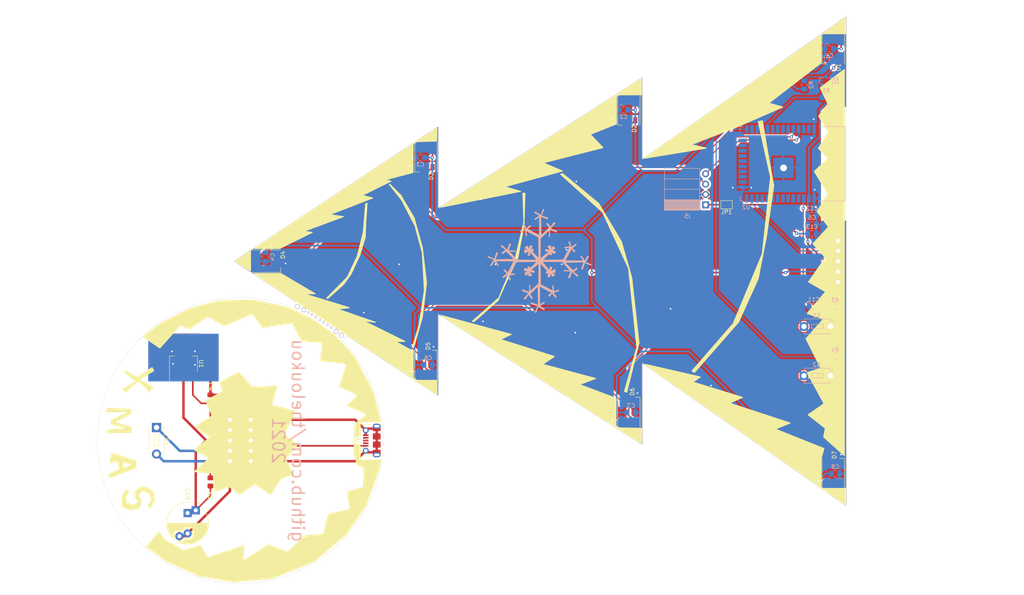
<source format=kicad_pcb>
(kicad_pcb (version 20240108) (generator "pcbnew") (generator_version "8.0")
  (title_block (title "xmasSmartTree") (date "2024-12-06") (rev "R2") (company "github.com/theloukou"))
  (layers (0 "F.Cu" signal) (31 "B.Cu" signal) (34 "B.Paste" user) (35 "F.Paste" user) (36 "B.SilkS" user "B.Silkscreen") (37 "F.SilkS" user "F.Silkscreen") (38 "B.Mask" user) (39 "F.Mask" user) (44 "Edge.Cuts" user))
  (net 0 "")
  (net 1 "+5V")
  (net 2 "+3.3V")
  (net 3 "GND")
  (net 4 "/LED_H")
  (net 5 "Net-(D1-DOUT)")
  (net 6 "Net-(D2-DOUT)")
  (net 7 "Net-(D3-DOUT)")
  (net 8 "/LED_L")
  (net 9 "Net-(D4-DOUT)")
  (net 10 "Net-(D5-DOUT)")
  (net 11 "/TX")
  (net 12 "/RX")
  (net 13 "Net-(D6-DOUT)")
  (net 39 "/EN")
  (net 40 "/00")
  (net 41 "/MODES")
  (net 42 "GND1")
  (net 43 "+5VA")
  (net 44 "+3.3VA")
  (net 45 "/MODES1")
  (net 53 "Net-(J5-Pin_1)")
  (footprint "LED_SMD:LED_WS2812B_PLCC4_5.0x5.0mm_P3.2mm" (layer "F.Cu") (at 220.472 27.248 -90)
    (property "Reference" "D1")
    (property "Value" "WS2812B")
  )
  (footprint "LED_SMD:LED_WS2812B_PLCC4_5.0x5.0mm_P3.2mm" (layer "F.Cu") (at 120.656 53.748 -90)
    (property "Reference" "D3")
    (property "Value" "WS2812B")
  )
  (footprint "LED_SMD:LED_WS2812B_PLCC4_5.0x5.0mm_P3.2mm" (layer "F.Cu") (at 81.356 79.248)
    (property "Reference" "D4")
    (property "Value" "WS2812B")
  )
  (footprint "LED_SMD:LED_WS2812B_PLCC4_5.0x5.0mm_P3.2mm" (layer "F.Cu") (at 120.656 104.748 90)
    (property "Reference" "D5")
    (property "Value" "WS2812B")
  )
  (footprint "LED_SMD:LED_WS2812B_PLCC4_5.0x5.0mm_P3.2mm" (layer "F.Cu") (at 170.356 116.248 90)
    (property "Reference" "D6")
    (property "Value" "WS2812B")
  )
  (footprint "LED_SMD:LED_WS2812B_PLCC4_5.0x5.0mm_P3.2mm" (layer "F.Cu") (at 220.472 131.248 90)
    (property "Reference" "D7")
    (property "Value" "WS2812B")
  )
  (footprint "LED_SMD:LED_WS2812B_PLCC4_5.0x5.0mm_P3.2mm" (layer "F.Cu") (at 170.356 42.248 -90)
    (property "Reference" "D2")
    (property "Value" "WS2812B")
  )
  (footprint "Connector_USB:USB_Micro-B_Molex-105017-0001" (layer "F.Cu") (at 107.348 123.19 90)
    (property "Reference" "J1")
    (property "Value" "USB_B_Micro")
  )
  (footprint "Capacitor_THT:CP_Radial_D10.0mm_P5.00mm_P7.50mm" (layer "F.Cu") (at 62.23 140.97 -90)
    (property "Reference" "C10")
    (property "Value" "10uF")
  )
  (footprint "Capacitor_SMD:C_0805_2012Metric_Pad1.18x1.45mm_HandSolder" (layer "F.Cu") (at 67.818 113.0515 90)
    (property "Reference" "C9")
    (property "Value" "100nF")
  )
  (footprint "Connector_PinHeader_2.54mm:PinHeader_1x05_P2.54mm_Vertical" (layer "F.Cu") (at 77.688 128.27 180)
    (property "Reference" "J4" (hide yes))
    (property "Value" "Conn_01x05")
  )
  (footprint "Connector_PinHeader_2.54mm:PinHeader_1x05_P2.54mm_Vertical" (layer "F.Cu") (at 72.608 128.27 180)
    (property "Reference" "J2" (hide yes))
    (property "Value" "Conn_01x05")
  )
  (footprint "Connector_PinHeader_2.54mm:PinHeader_1x05_P2.54mm_Vertical" (layer "F.Cu") (at 221.67 74.1895)
    (property "Reference" "J3" (hide yes))
    (property "Value" "Conn_01x05")
  )
  (footprint "Resistor_SMD:R_0805_2012Metric_Pad1.20x1.40mm_HandSolder" (layer "F.Cu") (at 67.818 133.35 90)
    (property "Reference" "R5")
    (property "Value" "10K")
  )
  (footprint "Package_TO_SOT_SMD:SOT-223-3_TabPin2" (layer "F.Cu") (at 61.214 104.394 90)
    (property "Reference" "U1")
    (property "Value" "LD1117S33TR_SOT223")
  )
  (footprint "Button_Switch_THT:SW_PUSH_1P1T_6x3.5mm_H4.3_APEM_MJTP1243" (layer "F.Cu") (at 54.61 120.015 -90)
    (property "Reference" "S3")
    (property "Value" "SW_Push")
  )
  (footprint "Jumper:SolderJumper-2_P1.3mm_Bridged_Pad1.0x1.5mm" (layer "F.Cu") (at 194.325 65.405 180)
    (property "Reference" "JP1")
    (property "Value" "SolderJumper_2_Bridged")
  )
  (footprint "RF_Module:ESP32-WROOM-32" (layer "B.Cu") (at 207.518 55.372 90)
    (property "Reference" "U2")
    (property "Value" "ESP32-WROOM-32")
  )
  (footprint "Resistor_SMD:R_0805_2012Metric_Pad1.20x1.40mm_HandSolder" (layer "B.Cu") (at 213.36 36.052 90)
    (property "Reference" "R2")
    (property "Value" "10K")
  )
  (footprint "Capacitor_SMD:C_0805_2012Metric_Pad1.18x1.45mm_HandSolder" (layer "B.Cu") (at 219.4853 27.178)
    (property "Reference" "C1")
    (property "Value" "100nF")
  )
  (footprint "Capacitor_SMD:C_0805_2012Metric_Pad1.18x1.45mm_HandSolder" (layer "B.Cu") (at 169.0663 42.164)
    (property "Reference" "C2")
    (property "Value" "100nF")
  )
  (footprint "Package_TO_SOT_SMD:SOT-23" (layer "B.Cu") (at 218.694 35.052 90)
    (property "Reference" "Q1")
    (property "Value" "BSS138")
  )
  (footprint "Capacitor_SMD:C_0805_2012Metric_Pad1.18x1.45mm_HandSolder" (layer "B.Cu") (at 121.1365 104.648 180)
    (property "Reference" "C6")
    (property "Value" "100nF")
  )
  (footprint "Capacitor_SMD:C_0805_2012Metric_Pad1.18x1.45mm_HandSolder" (layer "B.Cu") (at 170.9205 116.332 180)
    (property "Reference" "C7")
    (property "Value" "100nF")
  )
  (footprint "Capacitor_SMD:C_0805_2012Metric_Pad1.18x1.45mm_HandSolder" (layer "B.Cu") (at 220.9585 131.318 180)
    (property "Reference" "C8")
    (property "Value" "100nF")
  )
  (footprint "Resistor_SMD:R_0805_2012Metric_Pad1.20x1.40mm_HandSolder" (layer "B.Cu") (at 220.964 90.424 180)
    (property "Reference" "R3")
    (property "Value" "10K")
  )
  (footprint "Capacitor_SMD:C_0805_2012Metric_Pad1.18x1.45mm_HandSolder" (layer "B.Cu") (at 81.3308 78.2027 90)
    (property "Reference" "C4")
    (property "Value" "100nF")
  )
  (footprint "Capacitor_SMD:C_0805_2012Metric_Pad1.18x1.45mm_HandSolder" (layer "B.Cu") (at 215.25 70.25 180)
    (property "Reference" "C5")
    (property "Value" "100nF")
  )
  (footprint "Resistor_SMD:R_0805_2012Metric_Pad1.20x1.40mm_HandSolder" (layer "B.Cu") (at 218.71 39.116 180)
    (property "Reference" "R1")
    (property "Value" "10K")
  )
  (footprint "Capacitor_SMD:C_0805_2012Metric_Pad1.18x1.45mm_HandSolder" (layer "B.Cu") (at 119.2823 53.848)
    (property "Reference" "C3")
    (property "Value" "100nF")
  )
  (footprint "Resistor_SMD:R_0805_2012Metric_Pad1.20x1.40mm_HandSolder" (layer "B.Cu") (at 220.964 102.616 180)
    (property "Reference" "R4")
    (property "Value" "10K")
  )
  (footprint "Capacitor_SMD:C_0805_2012Metric_Pad1.18x1.45mm_HandSolder" (layer "B.Cu") (at 215.6245 90.424)
    (property "Reference" "C11")
    (property "Value" "100nF")
  )
  (footprint "Capacitor_SMD:C_0805_2012Metric_Pad1.18x1.45mm_HandSolder" (layer "B.Cu") (at 215.25 72.5 180)
    (property "Reference" "C13")
    (property "Value" "10uF")
  )
  (footprint "Connector_PinSocket_2.54mm:PinSocket_1x04_P2.54mm_Horizontal" (layer "B.Cu") (at 189.185 65.445)
    (property "Reference" "J5")
    (property "Value" "Conn_01x04")
  )
  (footprint "Button_Switch_THT:SW_PUSH_1P1T_6x3.5mm_H4.3_APEM_MJTP1243" (layer "B.Cu") (at 219.785 107.315 180)
    (property "Reference" "S2")
    (property "Value" "SW_Push")
  )
  (footprint "Button_Switch_THT:SW_PUSH_1P1T_6x3.5mm_H4.3_APEM_MJTP1243" (layer "B.Cu") (at 219.785 95.25 180)
    (property "Reference" "S1")
    (property "Value" "SW_Push")
  )
  (footprint "Capacitor_SMD:C_0805_2012Metric_Pad1.18x1.45mm_HandSolder" (layer "B.Cu") (at 215.25 68 180)
    (property "Reference" "C12")
    (property "Value" "100nF")
  )
  (gr_line (start 173.66 54.248) (end 223.66 19.248) (stroke (width 0.05)) (layer "Edge.Cuts"))
  (gr_line (start 123.66 112.248) (end 123.66 92.248) (stroke (width 0.05)) (layer "Edge.Cuts"))
  (gr_line (start 73.66 79.248) (end 123.66 46.248) (stroke (width 0.05)) (layer "Edge.Cuts"))
  (gr_line (start 123.66 66.248) (end 173.66 34.248) (stroke (width 0.05)) (layer "Edge.Cuts"))
  (gr_line (start 173.66 104.248) (end 223.66 139.248) (stroke (width 0.05)) (layer "Edge.Cuts"))
  (gr_line (start 173.66 34.248) (end 173.66 54.248) (stroke (width 0.05)) (layer "Edge.Cuts"))
  (gr_line (start 223.66 19.248) (end 223.66 79.248) (stroke (width 0.05)) (layer "Edge.Cuts"))
  (gr_line (start 173.66 124.248) (end 173.66 104.248) (stroke (width 0.05)) (layer "Edge.Cuts"))
  (gr_line (start 223.66 139.248) (end 223.66 79.248) (stroke (width 0.05)) (layer "Edge.Cuts"))
  (gr_line (start 123.66 92.248) (end 173.66 124.248) (stroke (width 0.05)) (layer "Edge.Cuts"))
  (gr_line (start 123.66 46.248) (end 123.66 66.248) (stroke (width 0.05)) (layer "Edge.Cuts"))
  (gr_line (start 73.66 79.248) (end 88.646 89.154) (stroke (width 0.05)) (layer "Edge.Cuts"))
  (gr_line (start 123.66 112.248) (end 101.346 97.536) (stroke (width 0.05)) (layer "Edge.Cuts"))
  (gr_line (start 101.346 97.536) (end 100.238777 98.772319) (stroke (width 0.05)) (layer "Edge.Cuts"))
  (gr_line (start 88.646 89.154) (end 88.138 90.678) (stroke (width 0.05)) (layer "Edge.Cuts"))
  (gr_arc (start 100.238777 98.772319) (mid 55.682238 152.290762) (end 88.138 90.678) (stroke (width 0.05)) (layer "Edge.Cuts"))
  (gr_text "github.com/theloukou\n2021" (at 86.868 123.2154 270) (layer "B.SilkS") (effects (font (size 3 3) (thickness 0.4)) (justify mirror)))
  (segment (start 208.788 82.042) (end 161.29 82.042) (width 0.4064) (layer "F.Cu") (net 1))
  (segment (start 218.872 133.698) (end 217.4164 133.698) (width 0.4064) (layer "F.Cu") (net 1))
  (segment (start 171.956 39.798) (end 171.956 42.162) (width 0.4064) (layer "F.Cu") (net 1))
  (segment (start 81.116 75.438) (end 78.906 77.648) (width 0.4064) (layer "F.Cu") (net 1))
  (segment (start 117.7644 107.198) (end 116.8146 106.2482) (width 0.4064) (layer "F.Cu") (net 1))
  (segment (start 217.4164 133.698) (end 216.7636 133.0452) (width 0.4064) (layer "F.Cu") (net 1))
  (segment (start 222.4024 25.1284) (end 222.072 24.798) (width 0.4064) (layer "F.Cu") (net 1))
  (segment (start 171.956 42.162) (end 171.958 42.164) (width 0.4064) (layer "F.Cu") (net 1))
  (segment (start 166.7294 118.698) (end 166.3192 118.2878) (width 0.4064) (layer "F.Cu") (net 1))
  (segment (start 122.256 53.766) (end 122.174 53.848) (width 0.4064) (layer "F.Cu") (net 1))
  (segment (start 122.256 51.298) (end 122.256 53.766) (width 0.4064) (layer "F.Cu") (net 1))
  (segment (start 119.056 107.198) (end 117.7644 107.198) (width 0.4064) (layer "F.Cu") (net 1))
  (segment (start 168.756 118.698) (end 166.7294 118.698) (width 0.4064) (layer "F.Cu") (net 1))
  (segment (start 222.4024 27.1526) (end 222.4024 25.1284) (width 0.4064) (layer "F.Cu") (net 1))
  (segment (start 82.804 75.438) (end 81.116 75.438) (width 0.4064) (layer "F.Cu") (net 1))
  (via (at 161.29 82.042) (size 0.8) (drill 0.4) (layers "F.Cu" "B.Cu") (net 1))
  (via (at 208.788 82.042) (size 0.8) (drill 0.4) (layers "F.Cu" "B.Cu") (net 1))
  (via (at 171.958 42.164) (size 0.8) (drill 0.4) (layers "F.Cu" "B.Cu") (net 1))
  (via (at 122.174 53.848) (size 0.8) (drill 0.4) (layers "F.Cu" "B.Cu") (net 1))
  (via (at 82.804 75.438) (size 0.8) (drill 0.4) (layers "F.Cu" "B.Cu") (net 1))
  (via (at 222.4024 27.1526) (size 0.8) (drill 0.4) (layers "F.Cu" "B.Cu") (net 1))
  (via (at 166.3192 118.2878) (size 0.8) (drill 0.4) (layers "F.Cu" "B.Cu") (net 1))
  (via (at 216.7636 133.0452) (size 0.8) (drill 0.4) (layers "F.Cu" "B.Cu") (net 1))
  (via (at 116.8146 106.2482) (size 0.8) (drill 0.4) (layers "F.Cu" "B.Cu") (net 1))
  (segment (start 82.804 75.438) (end 104.14 75.438) (width 0.4064) (layer "B.Cu") (net 1))
  (segment (start 161.29 89.154) (end 162.814 90.678) (width 0.4064) (layer "B.Cu") (net 1))
  (segment (start 161.29 82.042) (end 161.29 89.154) (width 0.4064) (layer "B.Cu") (net 1))
  (segment (start 161.29 82.042) (end 161.29 73.66) (width 0.4064) (layer "B.Cu") (net 1))
  (segment (start 161.29 73.66) (end 159.258 71.628) (width 0.4064) (layer "B.Cu") (net 1))
  (segment (start 171.958 55.372) (end 171.958 42.164) (width 0.4064) (layer "B.Cu") (net 1))
  (segment (start 119.38 90.678) (end 162.814 90.678) (width 0.4064) (layer "B.Cu") (net 1))
  (segment (start 122.174 68.326) (end 125.476 71.628) (width 0.4064) (layer "B.Cu") (net 1))
  (segment (start 173.736 57.15) (end 171.958 55.372) (width 0.4064) (layer "B.Cu") (net 1))
  (segment (start 125.476 71.628) (end 159.258 71.628) (width 0.4064) (layer "B.Cu") (net 1))
  (segment (start 181.864 57.15) (end 173.736 57.15) (width 0.4064) (layer "B.Cu") (net 1))
  (segment (start 202.946 36.068) (end 181.864 57.15) (width 0.4064) (layer "B.Cu") (net 1))
  (segment (start 210.566 36.068) (end 202.946 36.068) (width 0.4064) (layer "B.Cu") (net 1))
  (segment (start 211.55 37.052) (end 213.36 37.052) (width 0.4064) (layer "B.Cu") (net 1))
  (segment (start 162.814 90.678) (end 173.482 101.346) (width 0.4064) (layer "B.Cu") (net 1))
  (segment (start 104.14 75.438) (end 119.38 90.678) (width 0.4064) (layer "B.Cu") (net 1))
  (segment (start 117.856 104.648) (end 117.856 92.202) (width 0.4064) (layer "B.Cu") (net 1))
  (segment (start 173.482 101.346) (end 167.386 107.442) (width 0.4064) (layer "B.Cu") (net 1))
  (segment (start 167.386 107.442) (end 167.386 116.332) (width 0.4064) (layer "B.Cu") (net 1))
  (segment (start 117.856 92.202) (end 119.38 90.678) (width 0.4064) (layer "B.Cu") (net 1))
  (segment (start 221.67 81.8095) (end 209.0205 81.8095) (width 0.4064) (layer "B.Cu") (net 1))
  (segment (start 209.0205 81.8095) (end 208.788 82.042) (width 0.4064) (layer "B.Cu") (net 1))
  (segment (start 122.174 53.848) (end 122.174 68.326) (width 0.4064) (layer "B.Cu") (net 1))
  (segment (start 210.566 36.068) (end 211.55 37.052) (width 0.4064) (layer "B.Cu") (net 1))
  (segment (start 82.804 75.438) (end 82.804 75.438) (width 0.4064) (layer "B.Cu") (net 1))
  (segment (start 159.258 71.628) (end 173.736 57.15) (width 0.4064) (layer "B.Cu") (net 1))
  (segment (start 169.883 116.332) (end 167.386 116.332) (width 0.4064) (layer "B.Cu") (net 1))
  (segment (start 81.28 76.962) (end 82.804 75.438) (width 0.4064) (layer "B.Cu") (net 1))
  (segment (start 120.099 104.648) (end 117.856 104.648) (width 0.4064) (layer "B.Cu") (net 1))
  (segment (start 117.856 105.2068) (end 117.856 104.648) (width 0.4064) (layer "B.Cu") (net 1))
  (segment (start 218.4908 131.318) (end 216.7636 133.0452) (width 0.4064) (layer "B.Cu") (net 1))
  (segment (start 120.3198 53.848) (end 122.174 53.848) (width 0.4064) (layer "B.Cu") (net 1))
  (segment (start 173.482 101.346) (end 185.0644 101.346) (width 0.4064) (layer "B.Cu") (net 1))
  (segment (start 222.377 27.178) (end 222.4024 27.1526) (width 0.4064) (layer "B.Cu") (net 1))
  (segment (start 167.386 117.221) (end 167.386 116.332) (width 0.4064) (layer "B.Cu") (net 1))
  (segment (start 220.5228 27.9146) (end 216.0778 32.3596) (width 0.4064) (layer "B.Cu") (net 1))
  (segment (start 185.0644 101.346) (end 216.7636 133.0452) (width 0.4064) (layer "B.Cu") (net 1))
  (segment (start 166.3192 118.2878) (end 167.386 117.221) (width 0.4064) (layer "B.Cu") (net 1))
  (segment (start 220.5228 27.178) (end 222.377 27.178) (width 0.4064) (layer "B.Cu") (net 1))
  (segment (start 212.9282 32.3596) (end 210.566 34.7218) (width 0.4064) (layer "B.Cu") (net 1))
  (segment (start 210.566 34.7218) (end 210.566 36.068) (width 0.4064) (layer "B.Cu") (net 1))
  (segment (start 216.0778 32.3596) (end 212.9282 32.3596) (width 0.4064) (layer "B.Cu") (net 1))
  (segment (start 116.8146 106.2482) (end 117.856 105.2068) (width 0.4064) (layer "B.Cu") (net 1))
  (segment (start 170.1038 42.164) (end 171.958 42.164) (width 0.4064) (layer "B.Cu") (net 1))
  (segment (start 220.5228 27.178) (end 220.5228 27.9146) (width 0.4064) (layer "B.Cu") (net 1))
  (segment (start 219.921 131.318) (end 218.4908 131.318) (width 0.4064) (layer "B.Cu") (net 1))
  (segment (start 218.44 84.582) (end 221.996 88.138) (width 0.4064) (layer "F.Cu") (net 2))
  (segment (start 218.44 79.248) (end 218.44 84.582) (width 0.4064) (layer "F.Cu") (net 2))
  (segment (start 218.44 79.248) (end 214.25 75.058) (width 0.4064) (layer "F.Cu") (net 2))
  (segment (start 204.47 65.405) (end 194.975 65.405) (width 0.4064) (layer "F.Cu") (net 2))
  (segment (start 211.455 72.39) (end 204.47 65.405) (width 0.4064) (layer "F.Cu") (net 2))
  (segment (start 214.25 75.058) (end 214.25 74.5) (width 0.4064) (layer "F.Cu") (net 2))
  (via (at 221.996 88.138) (size 0.8) (drill 0.4) (layers "F.Cu" "B.Cu") (net 2))
  (via (at 214.25 74.5) (size 0.8) (drill 0.4) (layers "F.Cu" "B.Cu") (net 2))
  (via (at 218.44 79.248) (size 0.8) (drill 0.4) (layers "F.Cu" "B.Cu") (net 2))
  (via (at 211.455 72.39) (size 0.8) (drill 0.4) (layers "F.Cu" "B.Cu") (net 2))
  (segment (start 218.4615 79.2695) (end 218.44 79.248) (width 0.4064) (layer "B.Cu") (net 2))
  (segment (start 221.67 79.2695) (end 218.4615 79.2695) (width 0.4064) (layer "B.Cu") (net 2))
  (segment (start 222.504 90.964) (end 221.964 90.424) (width 0.4064) (layer "B.Cu") (net 2))
  (segment (start 219.71 39.116) (end 219.71 36.118) (width 0.254) (layer "B.Cu") (net 2))
  (segment (start 219.71 36.118) (end 219.644 36.052) (width 0.254) (layer "B.Cu") (net 2))
  (segment (start 214.503 51.435) (end 214.503 63.872) (width 0.4064) (layer "B.Cu") (net 2))
  (segment (start 219.71 39.116) (end 219.71 39.624) (width 0.4064) (layer "B.Cu") (net 2))
  (segment (start 221.964 101.632) (end 222.504 101.092) (width 0.4064) (layer "B.Cu") (net 2))
  (segment (start 219.71 39.624) (end 217.17 42.164) (width 0.4064) (layer "B.Cu") (net 2))
  (segment (start 222.504 101.092) (end 222.504 90.964) (width 0.4064) (layer "B.Cu") (net 2))
  (segment (start 221.996 90.392) (end 221.964 90.424) (width 0.4064) (layer "B.Cu") (net 2))
  (segment (start 221.996 88.138) (end 221.996 90.392) (width 0.4064) (layer "B.Cu") (net 2))
  (segment (start 217.17 48.768) (end 214.503 51.435) (width 0.4064) (layer "B.Cu") (net 2))
  (segment (start 221.964 102.616) (end 221.964 101.632) (width 0.4064) (layer "B.Cu") (net 2))
  (segment (start 217.17 42.164) (end 217.17 48.768) (width 0.4064) (layer "B.Cu") (net 2))
  (segment (start 214.2125 72.5) (end 211.565 72.5) (width 0.4064) (layer "B.Cu") (net 2))
  (segment (start 211.565 72.5) (end 211.455 72.39) (width 0.4064) (layer "B.Cu") (net 2))
  (segment (start 214.2125 64.1625) (end 214.503 63.872) (width 0.4064) (layer "B.Cu") (net 2))
  (segment (start 214.25 74.5) (end 214.2125 74.4625) (width 0.4064) (layer "B.Cu") (net 2))
  (segment (start 214.2125 68) (end 214.2125 64.1625) (width 0.4064) (layer "B.Cu") (net 2))
  (segment (start 214.2125 70.25) (end 214.2125 68) (width 0.4064) (layer "B.Cu") (net 2))
  (segment (start 214.2125 74.4625) (end 214.2125 72.5) (width 0.4064) (layer "B.Cu") (net 2))
  (segment (start 214.2125 72.5) (end 214.2125 70.25) (width 0.4064) (layer "B.Cu") (net 2))
  (segment (start 168.756 44.698) (end 166.7196 44.698) (width 0.4064) (layer "F.Cu") (net 3))
  (segment (start 217.5564 29.698) (end 216.6112 28.7528) (width 0.4064) (layer "F.Cu") (net 3))
  (segment (start 171.956 112.0922) (end 172.466 111.5822) (width 0.4064) (layer "F.Cu") (net 3))
  (segment (start 119.056 56.198) (end 116.904 56.198) (width 0.4064) (layer "F.Cu") (net 3))
  (segment (start 222.072 126.9494) (end 222.377 126.6444) (width 0.4064) (layer "F.Cu") (net 3))
  (segment (start 222.072 128.798) (end 222.072 126.9494) (width 0.4064) (layer "F.Cu") (net 3))
  (segment (start 85.2172 80.848) (end 86.2584 79.8068) (width 0.4064) (layer "F.Cu") (net 3))
  (segment (start 171.956 113.798) (end 171.956 112.0922) (width 0.4064) (layer "F.Cu") (net 3))
  (segment (start 218.872 29.698) (end 217.5564 29.698) (width 0.4064) (layer "F.Cu") (net 3))
  (segment (start 122.256 102.298) (end 122.256 100.502) (width 0.4064) (layer "F.Cu") (net 3))
  (segment (start 166.7196 44.698) (end 166.1922 44.1706) (width 0.4064) (layer "F.Cu") (net 3))
  (segment (start 83.806 80.848) (end 85.2172 80.848) (width 0.4064) (layer "F.Cu") (net 3))
  (segment (start 116.904 56.198) (end 116.586 55.88) (width 0.4064) (layer "F.Cu") (net 3))
  (segment (start 122.256 100.502) (end 122.5296 100.2284) (width 0.4064) (layer "F.Cu") (net 3))
  (via (at 190.5 109.728) (size 0.8) (drill 0.4) (layers "F.Cu" "B.Cu") (net 3))
  (via (at 137.668 80.01) (size 0.8) (drill 0.4) (layers "F.Cu" "B.Cu") (net 3))
  (via (at 180.594 90.932) (size 0.8) (drill 0.4) (layers "F.Cu" "B.Cu") (net 3))
  (via (at 114.046 80.01) (size 0.8) (drill 0.4) (layers "F.Cu" "B.Cu") (net 3))
  (via (at 215.9 61.722) (size 0.8) (drill 0.4) (layers "F.Cu" "B.Cu") (net 3))
  (via (at 216.154 66.04) (size 0.8) (drill 0.4) (layers "F.Cu" "B.Cu") (net 3))
  (via (at 155.0924 76.454) (size 0.8) (drill 0.4) (layers "F.Cu" "B.Cu") (net 3))
  (via (at 105.4354 91.8464) (size 0.8) (drill 0.4) (layers "F.Cu" "B.Cu") (net 3))
  (via (at 157.226 96.774) (size 0.8) (drill 0.4) (layers "F.Cu" "B.Cu") (net 3))
  (via (at 157.48 59.69) (size 0.8) (drill 0.4) (layers "F.Cu" "B.Cu") (net 3))
  (via (at 153.924 80.01) (size 0.8) (drill 0.4) (layers "F.Cu" "B.Cu") (net 3))
  (via (at 134.62 93.98) (size 0.8) (drill 0.4) (layers "F.Cu" "B.Cu") (net 3))
  (via (at 105.918 66.294) (size 0.8) (drill 0.4) (layers "F.Cu" "B.Cu") (net 3))
  (via (at 215.646 44.45) (size 0.8) (drill 0.4) (layers "F.Cu" "B.Cu") (net 3))
  (via (at 134.112 64.008) (size 0.8) (drill 0.4) (layers "F.Cu" "B.Cu") (net 3))
  (via (at 215.138 49.022) (size 0.8) (drill 0.4) (layers "F.Cu" "B.Cu") (net 3))
  (via (at 195.834 61.214) (size 0.8) (drill 0.4) (layers "F.Cu" "B.Cu") (net 3))
  (via (at 200.406 61.214) (size 0.8) (drill 0.4) (layers "F.Cu" "B.Cu") (net 3))
  (via (at 208.28 56.388) (size 2.032) (drill 1.651) (layers "F.Cu" "B.Cu") (net 3))
  (via (at 95.5548 94.2086) (size 0.5) (drill 0.4) (layers "F.Cu" "B.Cu") (net 3))
  (via (at 122.5296 100.2284) (size 0.8) (drill 0.4) (layers "F.Cu" "B.Cu") (net 3))
  (via (at 166.1922 44.1706) (size 0.8) (drill 0.4) (layers "F.Cu" "B.Cu") (net 3))
  (via (at 98.6282 96.4438) (size 1.1) (drill 1) (layers "F.Cu" "B.Cu") (net 3))
  (via (at 94.6404 93.599) (size 0.5) (drill 0.4) (layers "F.Cu" "B.Cu") (net 3))
  (via (at 116.586 55.88) (size 0.8) (drill 0.4) (layers "F.Cu" "B.Cu") (net 3))
  (via (at 172.466 111.5822) (size 0.8) (drill 0.4) (layers "F.Cu" "B.Cu") (net 3))
  (via (at 90.7034 91.186) (size 1.1) (drill 1) (layers "F.Cu" "B.Cu") (net 3))
  (via (at 86.2584 79.8068) (size 0.8) (drill 0.4) (layers "F.Cu" "B.Cu") (net 3))
  (via (at 89.1794 90.3732) (size 1.1) (drill 1) (layers "F.Cu" "B.Cu") (net 3))
  (via (at 216.6112 28.7528) (size 0.8) (drill 0.4) (layers "F.Cu" "B.Cu") (net 3))
  (via (at 92.7354 92.3798) (size 0.5) (drill 0.4) (layers "F.Cu" "B.Cu") (net 3))
  (via (at 99.9236 97.4344) (size 1.1) (drill 1) (layers "F.Cu" "B.Cu") (net 3))
  (via (at 222.377 126.6444) (size 0.8) (drill 0.4) (layers "F.Cu" "B.Cu") (net 3))
  (via (at 96.4692 94.8436) (size 0.5) (drill 0.4) (layers "F.Cu" "B.Cu") (net 3))
  (via (at 93.6752 92.9894) (size 0.5) (drill 0.4) (layers "F.Cu" "B.Cu") (net 3))
  (via (at 97.4344 95.5294) (size 0.5) (drill 0.4) (layers "F.Cu" "B.Cu") (net 3))
  (via (at 91.821 91.8464) (size 0.5) (drill 0.4) (layers "F.Cu" "B.Cu") (net 3))
  (segment (start 81.3308 79.2402) (end 85.6918 79.2402) (width 0.4064) (layer "B.Cu") (net 3))
  (segment (start 116.586 55.88) (end 116.586 55.5068) (width 0.4064) (layer "B.Cu") (net 3))
  (segment (start 122.174 104.648) (end 122.174 100.584) (width 0.4064) (layer "B.Cu") (net 3))
  (segment (start 171.958 112.0902) (end 172.466 111.5822) (width 0.4064) (layer "B.Cu") (net 3))
  (segment (start 166.1922 44.1706) (end 166.1922 44.0006) (width 0.4064) (layer "B.Cu") (net 3))
  (segment (start 221.996 127.0254) (end 222.377 126.6444) (width 0.4064) (layer "B.Cu") (net 3))
  (segment (start 85.6918 79.2402) (end 86.2584 79.8068) (width 0.4064) (layer "B.Cu") (net 3))
  (segment (start 218.4478 27.178) (end 218.186 27.178) (width 0.4064) (layer "B.Cu") (net 3))
  (segment (start 221.996 131.318) (end 221.996 127.0254) (width 0.4064) (layer "B.Cu") (net 3))
  (segment (start 171.958 116.332) (end 171.958 112.0902) (width 0.4064) (layer "B.Cu") (net 3))
  (segment (start 122.174 100.584) (end 122.5296 100.2284) (width 0.4064) (layer "B.Cu") (net 3))
  (segment (start 218.186 27.178) (end 216.6112 28.7528) (width 0.4064) (layer "B.Cu") (net 3))
  (segment (start 116.586 55.5068) (end 118.2448 53.848) (width 0.4064) (layer "B.Cu") (net 3))
  (segment (start 166.1922 44.0006) (end 168.0288 42.164) (width 0.4064) (layer "B.Cu") (net 3))
  (segment (start 222.072 29.698) (end 222.072 30.3278) (width 0.254) (layer "F.Cu") (net 4))
  (segment (start 222.072 30.3278) (end 220.5482 31.8516) (width 0.254) (layer "F.Cu") (net 4))
  (via (at 220.5482 31.8516) (size 0.8) (drill 0.4) (layers "F.Cu" "B.Cu") (net 4))
  (segment (start 214.36 34.052) (end 213.36 35.052) (width 0.254) (layer "B.Cu") (net 4))
  (segment (start 218.694 34.052) (end 214.36 34.052) (width 0.254) (layer "B.Cu") (net 4))
  (segment (start 220.5482 31.8516) (end 218.694 33.7058) (width 0.254) (layer "B.Cu") (net 4))
  (segment (start 218.694 33.7058) (end 218.694 34.052) (width 0.254) (layer "B.Cu") (net 4))
  (segment (start 170.5102 55.5244) (end 170.5102 46.1438) (width 0.254) (layer "F.Cu") (net 5))
  (segment (start 170.5102 46.1438) (end 171.956 44.698) (width 0.254) (layer "F.Cu") (net 5))
  (segment (start 171.2468 56.261) (end 170.5102 55.5244) (width 0.254) (layer "F.Cu") (net 5))
  (segment (start 217.4164 24.798) (end 185.9534 56.261) (width 0.254) (layer "F.Cu") (net 5))
  (segment (start 185.9534 56.261) (end 171.2468 56.261) (width 0.254) (layer "F.Cu") (net 5))
  (segment (start 218.872 24.798) (end 217.4164 24.798) (width 0.254) (layer "F.Cu") (net 5))
  (segment (start 120.5992 57.8548) (end 122.256 56.198) (width 0.254) (layer "F.Cu") (net 6))
  (segment (start 138.2014 68.58) (end 123.063 68.58) (width 0.254) (layer "F.Cu") (net 6))
  (segment (start 168.756 39.798) (end 166.9834 39.798) (width 0.254) (layer "F.Cu") (net 6))
  (segment (start 123.063 68.58) (end 120.5992 66.1162) (width 0.254) (layer "F.Cu") (net 6))
  (segment (start 120.5992 66.1162) (end 120.5992 57.8548) (width 0.254) (layer "F.Cu") (net 6))
  (segment (start 166.9834 39.798) (end 138.2014 68.58) (width 0.254) (layer "F.Cu") (net 6))
  (segment (start 91.4906 77.648) (end 83.806 77.648) (width 0.254) (layer "F.Cu") (net 7))
  (segment (start 119.056 51.298) (end 117.8406 51.298) (width 0.254) (layer "F.Cu") (net 7))
  (segment (start 117.8406 51.298) (end 91.4906 77.648) (width 0.254) (layer "F.Cu") (net 7))
  (segment (start 217.71 36.086) (end 217.744 36.052) (width 0.254) (layer "B.Cu") (net 8))
  (segment (start 217.71 39.116) (end 210.845 39.116) (width 0.254) (layer "B.Cu") (net 8))
  (segment (start 210.845 39.116) (end 204.343 45.618) (width 0.254) (layer "B.Cu") (net 8))
  (segment (start 204.343 45.618) (end 204.343 46.872) (width 0.254) (layer "B.Cu") (net 8))
  (segment (start 217.71 39.116) (end 217.71 36.086) (width 0.254) (layer "B.Cu") (net 8))
  (segment (start 80.975 80.848) (end 86.4362 86.3092) (width 0.254) (layer "F.Cu") (net 9))
  (segment (start 86.4362 86.3092) (end 103.0672 86.3092) (width 0.254) (layer "F.Cu") (net 9))
  (segment (start 78.906 80.848) (end 80.975 80.848) (width 0.254) (layer "F.Cu") (net 9))
  (segment (start 103.0672 86.3092) (end 119.056 102.298) (width 0.254) (layer "F.Cu") (net 9))
  (segment (start 120.5738 91.8718) (end 122.936 89.5096) (width 0.254) (layer "F.Cu") (net 10))
  (segment (start 122.256 107.1938) (end 120.5738 105.5116) (width 0.254) (layer "F.Cu") (net 10))
  (segment (start 144.4676 89.5096) (end 168.756 113.798) (width 0.254) (layer "F.Cu") (net 10))
  (segment (start 122.256 107.198) (end 122.256 107.1938) (width 0.254) (layer "F.Cu") (net 10))
  (segment (start 120.5738 105.5116) (end 120.5738 91.8718) (width 0.254) (layer "F.Cu") (net 10))
  (segment (start 122.936 89.5096) (end 144.4676 89.5096) (width 0.254) (layer "F.Cu") (net 10))
  (segment (start 189.185 57.825) (end 197.48 49.53) (width 0.254) (layer "F.Cu") (net 11))
  (segment (start 197.48 49.53) (end 211.455 49.53) (width 0.254) (layer "F.Cu") (net 11))
  (via (at 211.455 49.53) (size 0.8) (drill 0.4) (layers "F.Cu" "B.Cu") (net 11))
  (segment (start 211.963 49.022) (end 211.963 46.872) (width 0.254) (layer "B.Cu") (net 11))
  (segment (start 211.455 49.53) (end 211.963 49.022) (width 0.254) (layer "B.Cu") (net 11))
  (segment (start 189.185 60.365) (end 187.325 58.505) (width 0.254) (layer "F.Cu") (net 12))
  (segment (start 187.325 58.42) (end 187.325 56.515) (width 0.254) (layer "F.Cu") (net 12))
  (segment (start 187.325 58.505) (end 187.325 58.42) (width 0.254) (layer "F.Cu") (net 12))
  (segment (start 195.037 48.803) (end 210.185 48.803) (width 0.254) (layer "F.Cu") (net 12))
  (segment (start 187.325 56.515) (end 195.037 48.803) (width 0.254) (layer "F.Cu") (net 12))
  (via (at 210.185 48.803) (size 0.8) (drill 0.4) (layers "F.Cu" "B.Cu") (net 12))
  (segment (start 210.693 48.295) (end 210.693 46.872) (width 0.254) (layer "B.Cu") (net 12))
  (segment (start 210.185 48.803) (end 210.693 48.295) (width 0.254) (layer "B.Cu") (net 12))
  (segment (start 170.3832 105.1306) (end 180.0352 95.4786) (width 0.254) (layer "F.Cu") (net 13))
  (segment (start 171.956 118.698) (end 170.3832 117.1252) (width 0.254) (layer "F.Cu") (net 13))
  (segment (start 170.3832 117.1252) (end 170.3832 105.1306) (width 0.254) (layer "F.Cu") (net 13))
  (segment (start 185.5526 95.4786) (end 218.872 128.798) (width 0.254) (layer "F.Cu") (net 13))
  (segment (start 180.0352 95.4786) (end 185.5526 95.4786) (width 0.254) (layer "F.Cu") (net 13))
  (segment (start 213.106 66.294) (end 213.106 88.571) (width 0.254) (layer "F.Cu") (net 39))
  (segment (start 213.106 88.571) (end 219.785 95.25) (width 0.254) (layer "F.Cu") (net 39))
  (via (at 213.106 66.294) (size 0.8) (drill 0.4) (layers "F.Cu" "B.Cu") (net 39))
  (segment (start 213.233 66.167) (end 213.106 66.294) (width 0.254) (layer "B.Cu") (net 39))
  (segment (start 213.233 63.872) (end 213.233 66.167) (width 0.254) (layer "B.Cu") (net 39))
  (segment (start 219.964 90.424) (end 216.662 90.424) (width 0.254) (layer "B.Cu") (net 39))
  (segment (start 220.1672 90.6272) (end 219.964 90.424) (width 0.254) (layer "B.Cu") (net 39))
  (segment (start 219.785 95.25) (end 219.785 90.603) (width 0.254) (layer "B.Cu") (net 39))
  (segment (start 219.785 90.603) (end 219.964 90.424) (width 0.254) (layer "B.Cu") (net 39))
  (segment (start 219.964 102.616) (end 207.772 102.616) (width 0.254) (layer "B.Cu") (net 40))
  (segment (start 191.77 86.614) (end 191.77 49.53) (width 0.254) (layer "B.Cu") (net 40))
  (segment (start 207.772 102.616) (end 191.77 86.614) (width 0.254) (layer "B.Cu") (net 40))
  (segment (start 191.77 49.53) (end 194.428 46.872) (width 0.254) (layer "B.Cu") (net 40))
  (segment (start 194.428 46.872) (end 199.263 46.872) (width 0.254) (layer "B.Cu") (net 40))
  (segment (start 219.785 107.315) (end 219.785 102.795) (width 0.254) (layer "B.Cu") (net 40))
  (segment (start 219.785 102.795) (end 219.964 102.616) (width 0.254) (layer "B.Cu") (net 40))
  (segment (start 221.67 76.7295) (end 212.1365 76.7295) (width 0.254) (layer "B.Cu") (net 41))
  (segment (start 200.533 65.126) (end 200.533 63.872) (width 0.254) (layer "B.Cu") (net 41))
  (segment (start 212.1365 76.7295) (end 200.533 65.126) (width 0.254) (layer "B.Cu") (net 41))
  (segment (start 57.912 97.282) (end 55.626 99.568) (width 0.6096) (layer "F.Cu") (net 42))
  (segment (start 108.5855 120.29) (end 106.2855 120.29) (width 0.6096) (layer "F.Cu") (net 42))
  (segment (start 55.626 99.568) (end 55.626 104.256) (width 0.6096) (layer "F.Cu") (net 42))
  (segment (start 103.3055 128.27) (end 105.8855 125.69) (width 0.6096) (layer "F.Cu") (net 42))
  (segment (start 77.688 128.27) (end 72.608 128.27) (width 0.6096) (layer "F.Cu") (net 42))
  (segment (start 55.626 104.256) (end 58.914 107.544) (width 0.6096) (layer "F.Cu") (net 42))
  (segment (start 108.5855 122.19) (end 108.5855 120.29) (width 0.6096) (layer "F.Cu") (net 42))
  (segment (start 103.3055 118.11) (end 105.8855 120.69) (width 0.6096) (layer "F.Cu") (net 42))
  (segment (start 67.818 99.822) (end 65.278 97.282) (width 0.6096) (layer "F.Cu") (net 42))
  (segment (start 72.608 135.592) (end 72.608 128.27) (width 0.6096) (layer "F.Cu") (net 42))
  (segment (start 60.23 146.642144) (end 61.557856 146.642144) (width 0.6096) (layer "F.Cu") (net 42))
  (segment (start 77.688 118.11) (end 72.608 118.11) (width 0.6096) (layer "F.Cu") (net 42))
  (segment (start 72.608 114.518) (end 70.104 112.014) (width 0.6096) (layer "F.Cu") (net 42))
  (segment (start 72.608 118.11) (end 72.608 114.518) (width 0.6096) (layer "F.Cu") (net 42))
  (segment (start 62.23 145.97) (end 72.608 135.592) (width 0.6096) (layer "F.Cu") (net 42))
  (segment (start 70.104 112.014) (end 67.818 112.014) (width 0.6096) (layer "F.Cu") (net 42))
  (segment (start 108.5855 124.19) (end 108.5855 122.19) (width 0.6096) (layer "F.Cu") (net 42))
  (segment (start 77.688 128.27) (end 103.3055 128.27) (width 0.6096) (layer "F.Cu") (net 42))
  (segment (start 67.818 112.014) (end 67.818 99.822) (width 0.6096) (layer "F.Cu") (net 42))
  (segment (start 105.8855 120.69) (end 105.8855 121.835199) (width 0.6096) (layer "F.Cu") (net 42))
  (segment (start 77.688 118.11) (end 103.3055 118.11) (width 0.6096) (layer "F.Cu") (net 42))
  (segment (start 61.557856 146.642144) (end 62.23 145.97) (width 0.6096) (layer "F.Cu") (net 42))
  (segment (start 108.5855 126.09) (end 108.5855 124.19) (width 0.6096) (layer "F.Cu") (net 42))
  (segment (start 65.278 97.282) (end 57.912 97.282) (width 0.6096) (layer "F.Cu") (net 42))
  (segment (start 106.2855 120.29) (end 105.8855 120.69) (width 0.6096) (layer "F.Cu") (net 42))
  (segment (start 108.5855 126.09) (end 106.2855 126.09) (width 0.6096) (layer "F.Cu") (net 42))
  (segment (start 106.2855 126.09) (end 105.8855 125.69) (width 0.6096) (layer "F.Cu") (net 42))
  (segment (start 72.608 128.27) (end 56.365 128.27) (width 0.6096) (layer "B.Cu") (net 42))
  (segment (start 56.365 128.27) (end 54.61 126.515) (width 0.6096) (layer "B.Cu") (net 42))
  (segment (start 79.756 120.65) (end 77.688 120.65) (width 0.4064) (layer "F.Cu") (net 43))
  (segment (start 105.8855 124.49) (end 83.596 124.49) (width 0.4064) (layer "F.Cu") (net 43))
  (segment (start 83.596 124.49) (end 79.756 120.65) (width 0.4064) (layer "F.Cu") (net 43))
  (segment (start 67.818 114.089) (end 65.575 114.089) (width 0.4064) (layer "F.Cu") (net 43))
  (segment (start 67.818 118.872) (end 67.818 114.089) (width 0.4064) (layer "F.Cu") (net 43))
  (segment (start 72.608 120.65) (end 69.596 120.65) (width 0.4064) (layer "F.Cu") (net 43))
  (segment (start 77.688 120.65) (end 72.608 120.65) (width 0.4064) (layer "F.Cu") (net 43))
  (segment (start 69.596 120.65) (end 67.818 118.872) (width 0.4064) (layer "F.Cu") (net 43))
  (segment (start 63.514 112.028) (end 63.514 107.544) (width 0.4064) (layer "F.Cu") (net 43))
  (segment (start 65.575 114.089) (end 63.514 112.028) (width 0.4064) (layer "F.Cu") (net 43))
  (segment (start 67.818 136.709856) (end 64.23 140.297856) (width 0.4064) (layer "F.Cu") (net 44))
  (segment (start 61.214 101.244) (end 61.214 107.544) (width 0.6096) (layer "F.Cu") (net 44))
  (segment (start 72.608 123.19) (end 66.802 123.19) (width 0.6096) (layer "F.Cu") (net 44))
  (segment (start 66.802 123.19) (end 61.214 117.602) (width 0.6096) (layer "F.Cu") (net 44))
  (segment (start 62.902144 140.297856) (end 62.23 140.97) (width 0.6096) (layer "F.Cu") (net 44))
  (segment (start 64.23 140.297856) (end 64.23 125.762) (width 0.6096) (layer "F.Cu") (net 44))
  (segment (start 64.23 140.297856) (end 62.902144 140.297856) (width 0.6096) (layer "F.Cu") (net 44))
  (segment (start 64.23 125.762) (end 66.802 123.19) (width 0.6096) (layer "F.Cu") (net 44))
  (segment (start 77.688 123.19) (end 72.608 123.19) (width 0.4064) (layer "F.Cu") (net 44))
  (segment (start 61.214 117.602) (end 61.214 107.544) (width 0.6096) (layer "F.Cu") (net 44))
  (segment (start 67.818 134.35) (end 67.818 136.709856) (width 0.4064) (layer "F.Cu") (net 44))
  (via (at 58.674 104.394) (size 0.8) (drill 0.4) (layers "F.Cu" "B.Cu") (net 44))
  (via (at 58.42 101.346) (size 0.8) (drill 0.4) (layers "F.Cu" "B.Cu") (net 44))
  (via (at 64.008 104.648) (size 0.8) (drill 0.4) (layers "F.Cu" "B.Cu") (net 44))
  (via (at 64.008 101.346) (size 0.8) (drill 0.4) (layers "F.Cu" "B.Cu") (net 44))
  (segment (start 77.688 125.73) (end 72.608 125.73) (width 0.4064) (layer "F.Cu") (net 45))
  (segment (start 70.104 125.73) (end 67.818 128.016) (width 0.4064) (layer "F.Cu") (net 45))
  (segment (start 67.818 128.016) (end 67.818 132.35) (width 0.4064) (layer "F.Cu") (net 45))
  (segment (start 72.608 125.73) (end 70.104 125.73) (width 0.4064) (layer "F.Cu") (net 45))
  (segment (start 60.325 125.73) (end 54.61 120.015) (width 0.6096) (layer "B.Cu") (net 45))
  (segment (start 72.608 125.73) (end 60.325 125.73) (width 0.6096) (layer "B.Cu") (net 45))
  (segment (start 193.675 65.405) (end 189.225 65.405) (width 0.4064) (layer "F.Cu") (net 53))
  (segment (start 189.225 65.405) (end 189.185 65.445) (width 0.4064) (layer "F.Cu") (net 53))
  (zone (net 3) (net_name "GND") (layer "F.Cu") (connect_pads (clearance 0.508)) (min_thickness 0.25) (fill yes (thermal_gap 0.254) (thermal_bridge_width 0.254))
    (polygon (pts (xy 267.208 161.036) (xy 16.256 160.782) (xy 16.51 15.748) (xy 265.43 16.764)))
  )
  (zone (net 44) (net_name "+3.3VA") (layer "F.Cu") (priority 1) (connect_pads yes (clearance 0.508)) (min_thickness 0.25) (fill yes (thermal_gap 0.5) (thermal_bridge_width 0.5))
    (polygon (pts (xy 57.404 99.06) (xy 57.404 104.648) (xy 65.024 104.648) (xy 65.024 99.06)))
  )
  (zone (net 0) (net_name "") (layers "F&B.Cu") (connect_pads (clearance 0)) (min_thickness 0.25)
    (keepout (tracks not_allowed) (vias not_allowed) (pads allowed) (copperpour not_allowed) (footprints allowed))
    (fill (thermal_gap 0.254) (thermal_bridge_width 0.254))
    (polygon (pts (xy 228.346 69.342) (xy 217.424 69.342) (xy 217.424 42.418) (xy 218.44 41.402) (xy 228.346 41.402)))
  )
  (zone (net 0) (net_name "") (layers "F&B.Cu") (connect_pads (clearance 0)) (min_thickness 0.254)
    (keepout (tracks not_allowed) (vias allowed) (pads allowed) (copperpour not_allowed) (footprints allowed))
    (fill (thermal_gap 0.508) (thermal_bridge_width 0.508))
    (polygon (pts (xy 101.6508 97.155) (xy 100.2284 98.7552) (xy 98.3234 96.9518) (xy 97.536 96.266) (xy 96.774 95.6564) (xy 95.8088 94.9198) (xy 94.9452 94.3102) (xy 93.8784 93.599) (xy 92.9132 93.0148) (xy 92.1258 92.583) (xy 91.313 92.1258) (xy 90.2716 91.6178) (xy 89.1794 91.1098) (xy 88.4936 90.805) (xy 88.138 90.678) (xy 88.7984 88.6968)))
  )
  (zone (net 3) (net_name "GND") (layer "B.Cu") (connect_pads (clearance 0.508)) (min_thickness 0.254) (fill yes (thermal_gap 0.508) (thermal_bridge_width 0.508))
    (polygon (pts (xy 267.208 161.036) (xy 16.256 160.782) (xy 16.764 15.24) (xy 265.43 16.764)))
  )
  (zone (net 44) (net_name "+3.3VA") (layer "B.Cu") (priority 2) (connect_pads yes (clearance 0.508)) (min_thickness 0.25) (fill yes (thermal_gap 0.5) (thermal_bridge_width 0.5))
    (polygon (pts (xy 52.578 97.028) (xy 52.578 108.712) (xy 69.85 108.712) (xy 69.85 97.028)))
  )
  (zone (net 0) (net_name "") (layer "B.SilkS") (connect_pads (clearance 0.508)) (min_thickness 0.254) (fill yes (thermal_gap 0.508) (thermal_bridge_width 0.508))
    (polygon (pts (xy 145.501769 76.4032) (xy 144.739769 75.9968) (xy 145.400169 75.3872) (xy 146.009769 76.1492) (xy 146.009769 75.3872) (xy 146.771769 75.3872) (xy 146.517769 76.4032) (xy 147.051169 76.1492) (xy 147.076569 76.8096) (xy 146.771769 76.9112) (xy 148.651369 78.8035) (xy 148.054469 79.3623) (xy 146.263769 77.1652) (xy 146.111369 77.9272) (xy 145.501769 77.9272) (xy 145.806569 76.8858) (xy 144.739769 77.4192) (xy 144.739769 76.4032)))
  )
  (zone (net 0) (net_name "") (layer "B.SilkS") (connect_pads (clearance 0.508)) (min_thickness 0.254) (fill yes (thermal_gap 0.508) (thermal_bridge_width 0.508))
    (polygon (pts (xy 145.707719 82.154074) (xy 145.301319 82.916074) (xy 144.691719 82.255674) (xy 145.453719 81.646074) (xy 144.691719 81.646074) (xy 144.691719 80.884074) (xy 145.707719 81.138074) (xy 145.453719 80.604674) (xy 146.114119 80.579274) (xy 146.215719 80.884074) (xy 148.108019 79.004474) (xy 148.666819 79.601374) (xy 146.469719 81.392074) (xy 147.231719 81.544474) (xy 147.231719 82.154074) (xy 146.190319 81.849274) (xy 146.723719 82.916074) (xy 145.707719 82.916074)))
  )
  (zone (net 0) (net_name "") (layer "B.SilkS") (connect_pads (clearance 0.508)) (min_thickness 0.254) (fill yes (thermal_gap 0.508) (thermal_bridge_width 0.508))
    (polygon (pts (xy 151.622917 82.122479) (xy 152.384917 82.528879) (xy 151.724517 83.138479) (xy 151.114917 82.376479) (xy 151.114917 83.138479) (xy 150.352917 83.138479) (xy 150.606917 82.122479) (xy 150.073517 82.376479) (xy 150.048117 81.716079) (xy 150.352917 81.614479) (xy 148.473317 79.722179) (xy 149.070217 79.163379) (xy 150.860917 81.360479) (xy 151.013317 80.598479) (xy 151.622917 80.598479) (xy 151.318117 81.639879) (xy 152.384917 81.106479) (xy 152.384917 82.122479)))
  )
  (zone (net 0) (net_name "") (layer "B.SilkS") (connect_pads (clearance 0.508)) (min_thickness 0.254) (fill yes (thermal_gap 0.508) (thermal_bridge_width 0.508))
    (polygon (pts (xy 147.2692 91.8464) (xy 147.955 90.297) (xy 146.2786 89.7128) (xy 146.5072 89.3318) (xy 148.1074 89.9414) (xy 148.0058 85.5472) (xy 146.2024 87.376) (xy 146.8628 88.265) (xy 146.5326 88.5698) (xy 145.7706 87.5284) (xy 145.0086 88.6968) (xy 144.526 88.4428) (xy 145.7198 87.122) (xy 144.1704 86.5632) (xy 144.272 86.106) (xy 145.8976 86.741) (xy 145.9738 84.963) (xy 146.2278 84.963) (xy 146.2024 86.5124) (xy 148.1836 84.6836) (xy 148.2344 79.1718) (xy 148.7424 79.1718) (xy 148.8186 84.9376) (xy 151.7396 86.4362) (xy 151.511 85.217) (xy 151.8412 85.1916) (xy 152.0952 86.6394) (xy 153.0858 86.2076) (xy 153.416 86.5378) (xy 151.9428 86.9696) (xy 152.7302 88.0618) (xy 152.4 88.2904) (xy 151.5872 87.1982) (xy 150.876 88.011) (xy 150.5204 87.63) (xy 151.3586 87.0204) (xy 148.6154 85.5218) (xy 148.59 89.8398) (xy 149.5552 89.154) (xy 149.8346 89.408) (xy 148.6154 90.2716) (xy 149.7076 90.8812) (xy 149.7584 91.3892) (xy 148.1836 90.4494) (xy 147.6502 91.9226)))
  )
  (zone (net 0) (net_name "") (layer "B.SilkS") (connect_pads (clearance 0.508)) (min_thickness 0.254) (fill yes (thermal_gap 0.508) (thermal_bridge_width 0.508))
    (polygon (pts (xy 135.8138 77.9526) (xy 137.3632 78.6384) (xy 137.9474 76.962) (xy 138.3284 77.1906) (xy 137.7188 78.7908) (xy 142.113 78.6892) (xy 140.2842 76.8858) (xy 139.3952 77.5462) (xy 139.0904 77.216) (xy 140.1318 76.454) (xy 138.9634 75.692) (xy 139.2174 75.2094) (xy 140.5382 76.4032) (xy 141.097 74.8538) (xy 141.5542 74.9554) (xy 140.9192 76.581) (xy 142.6972 76.6572) (xy 142.6972 76.9112) (xy 141.1478 76.8858) (xy 142.9766 78.867) (xy 148.4884 78.9178) (xy 148.4884 79.4258) (xy 142.7226 79.502) (xy 141.224 82.423) (xy 142.4432 82.1944) (xy 142.4686 82.5246) (xy 141.0208 82.7786) (xy 141.4526 83.7692) (xy 141.1224 84.0994) (xy 140.6906 82.6262) (xy 139.5984 83.4136) (xy 139.3698 83.0834) (xy 140.462 82.2706) (xy 139.6492 81.5594) (xy 140.0302 81.2038) (xy 140.6398 82.042) (xy 142.1384 79.2988) (xy 137.8204 79.2734) (xy 138.5062 80.2386) (xy 138.2522 80.518) (xy 137.3886 79.2988) (xy 136.779 80.391) (xy 136.271 80.4418) (xy 137.2108 78.867) (xy 135.7376 78.3336)))
  )
  (zone (net 0) (net_name "") (layer "B.SilkS") (connect_pads (clearance 0.508)) (min_thickness 0.254) (fill yes (thermal_gap 0.508) (thermal_bridge_width 0.508))
    (polygon (pts (xy 151.384 76.2) (xy 151.7904 75.438) (xy 152.4 76.0984) (xy 151.638 76.708) (xy 152.4 76.708) (xy 152.4 77.47) (xy 151.384 77.216) (xy 151.638 77.7494) (xy 150.9776 77.7748) (xy 150.876 77.47) (xy 148.9837 79.3496) (xy 148.4249 78.7527) (xy 150.622 76.962) (xy 149.86 76.8096) (xy 149.86 76.2) (xy 150.9014 76.5048) (xy 150.368 75.438) (xy 151.384 75.438)))
  )
  (zone (net 0) (net_name "") (layer "B.SilkS") (connect_pads (clearance 0.508)) (min_thickness 0.254) (fill yes (thermal_gap 0.508) (thermal_bridge_width 0.508))
    (polygon (pts (xy 161.163 80.391) (xy 159.6136 79.7052) (xy 159.0294 81.3816) (xy 158.6484 81.153) (xy 159.258 79.5528) (xy 154.8638 79.6544) (xy 156.6926 81.4578) (xy 157.5816 80.7974) (xy 157.8864 81.1276) (xy 156.845 81.8896) (xy 158.0134 82.6516) (xy 157.7594 83.1342) (xy 156.4386 81.9404) (xy 155.8798 83.4898) (xy 155.4226 83.3882) (xy 156.0576 81.7626) (xy 154.2796 81.6864) (xy 154.2796 81.4324) (xy 155.829 81.4578) (xy 154.0002 79.4766) (xy 148.4884 79.4258) (xy 148.4884 78.9178) (xy 154.2542 78.8416) (xy 155.7528 75.9206) (xy 154.5336 76.1492) (xy 154.5082 75.819) (xy 155.956 75.565) (xy 155.5242 74.5744) (xy 155.8544 74.2442) (xy 156.2862 75.7174) (xy 157.3784 74.93) (xy 157.607 75.2602) (xy 156.5148 76.073) (xy 157.3276 76.7842) (xy 156.9466 77.1398) (xy 156.337 76.3016) (xy 154.8384 79.0448) (xy 159.1564 79.0702) (xy 158.4706 78.105) (xy 158.7246 77.8256) (xy 159.5882 79.0448) (xy 160.1978 77.9526) (xy 160.7058 77.9018) (xy 159.766 79.4766) (xy 161.2392 80.01)))
  )
  (zone (net 0) (net_name "") (layer "B.SilkS") (connect_pads (clearance 0.508)) (min_thickness 0.254) (fill yes (thermal_gap 0.508) (thermal_bridge_width 0.508))
    (polygon (pts (xy 149.7076 66.4972) (xy 149.0218 68.0466) (xy 150.6982 68.6308) (xy 150.4696 69.0118) (xy 148.8694 68.4022) (xy 148.971 72.7964) (xy 150.7744 70.9676) (xy 150.114 70.0786) (xy 150.4442 69.7738) (xy 151.2062 70.8152) (xy 151.9682 69.6468) (xy 152.4508 69.9008) (xy 151.257 71.2216) (xy 152.8064 71.7804) (xy 152.7048 72.2376) (xy 151.0792 71.6026) (xy 151.003 73.3806) (xy 150.749 73.3806) (xy 150.7744 71.8312) (xy 148.7932 73.66) (xy 148.7424 79.1718) (xy 148.2344 79.1718) (xy 148.1582 73.406) (xy 145.2372 71.9074) (xy 145.4658 73.1266) (xy 145.1356 73.152) (xy 144.8816 71.7042) (xy 143.891 72.136) (xy 143.5608 71.8058) (xy 145.034 71.374) (xy 144.2466 70.2818) (xy 144.5768 70.0532) (xy 145.3896 71.1454) (xy 146.1008 70.3326) (xy 146.4564 70.7136) (xy 145.6182 71.3232) (xy 148.3614 72.8218) (xy 148.3868 68.5038) (xy 147.4216 69.1896) (xy 147.1422 68.9356) (xy 148.3614 68.072) (xy 147.2692 67.4624) (xy 147.2184 66.9544) (xy 148.7932 67.8942) (xy 149.3266 66.421)))
  )
  (zone (net 0) (net_name "") (layer "F.SilkS") (connect_pads (clearance 0.508)) (min_thickness 0.254) (fill yes (thermal_gap 0.508) (thermal_bridge_width 0.508))
    (polygon (pts (xy 78.1812 110.0582) (xy 84.3026 109.7788) (xy 82.9056 114.427) (xy 88.7984 116.0018) (xy 85.9282 121.7422) (xy 89.281 124.1552) (xy 86.3854 127.7366) (xy 88.1634 131.5466) (xy 85.1408 132.6134) (xy 82.677 136.6012) (xy 78.6892 133.9596) (xy 75.1586 136.4742) (xy 72.3392 134.6454) (xy 68.8086 135.8138) (xy 68.3768 131.2672) (xy 63.6524 130.937) (xy 67.3608 127.508) (xy 63.754 125.5522) (xy 67.5894 122.3518) (xy 63.881 119.888) (xy 68.1482 117.0686) (xy 66.5734 113.3856) (xy 70.7136 111.125) (xy 70.0532 108.8898) (xy 74.8284 106.3752)))
  )
  (zone (net 0) (net_name "") (layer "F.SilkS") (connect_pads (clearance 0.508)) (min_thickness 0.254) (fill yes (thermal_gap 0.508) (thermal_bridge_width 0.508))
    (polygon (pts (xy 54.102 106.1466) (xy 50.546 108.2294) (xy 53.8734 110.0836) (xy 52.8574 111.4806) (xy 50.1904 108.712) (xy 47.0916 111.4044) (xy 46.1518 110.6678) (xy 49.3268 108.6612) (xy 46.5328 106.3752) (xy 47.0408 105.9688) (xy 49.8602 107.5944) (xy 53.5686 105.156)))
  )
  (zone (net 0) (net_name "") (layer "F.SilkS") (connect_pads (clearance 0.508)) (min_thickness 0.254) (fill yes (thermal_gap 0.508) (thermal_bridge_width 0.508))
    (polygon (pts (xy 93.9292 87.3506) (xy 91.5416 87.3506) (xy 102.4128 90.7034) (xy 99.5426 91.059) (xy 109.474 94.5134) (xy 105.918 94.0308) (xy 116.0018 99.0346) (xy 113.6142 99.0346) (xy 117.6528 101.2952) (xy 117.6528 107.7468) (xy 118.4402 108.331) (xy 123.4186 108.331) (xy 123.4948 112.1156) (xy 78.105 82.169) (xy 85.1408 82.169)))
  )
  (zone (net 0) (net_name "") (layer "F.SilkS") (connect_pads (clearance 0.508)) (min_thickness 0.254) (fill yes (thermal_gap 0.508) (thermal_bridge_width 0.508))
    (polygon (pts (xy 204.47 52.324) (xy 205.994 60.706) (xy 204.216 73.152) (xy 202.184 83.566) (xy 197.358 94.234) (xy 186.436 106.68) (xy 185.674 106.172) (xy 195.834 94.488) (xy 202.946 77.47) (xy 204.978 58.674) (xy 201.93 44.958) (xy 203.2 44.704)))
  )
  (zone (net 0) (net_name "") (layer "F.SilkS") (connect_pads (clearance 0.508)) (min_thickness 0.254) (fill yes (thermal_gap 0.508) (thermal_bridge_width 0.508))
    (polygon (pts (xy 123.3932 49.9364) (xy 118.491 50.0634) (xy 117.602 50.5968) (xy 117.5766 57.6072) (xy 111.0742 59.309) (xy 112.4712 59.563) (xy 105.3592 63.0936) (xy 108.0008 63.7286) (xy 97.4598 67.7926) (xy 100.8888 68.2752) (xy 91.2114 71.8566) (xy 93.1672 72.136) (xy 84.8106 76.2508) (xy 78.2066 76.2508) (xy 123.444 46.4312)))
  )
  (zone (net 0) (net_name "") (layer "F.SilkS") (connect_pads (clearance 0.508)) (min_thickness 0.254) (fill yes (thermal_gap 0.508) (thermal_bridge_width 0.508))
    (polygon (pts (xy 114.554 62.992) (xy 117.856 68.58) (xy 119.888 75.946) (xy 120.904 84.582) (xy 119.888 92.964) (xy 117.856 100.076) (xy 117.348 99.822) (xy 118.872 94.742) (xy 120.142 86.36) (xy 119.634 77.216) (xy 117.856 70.612) (xy 114.554 64.262) (xy 111.506 60.452) (xy 111.76 60.198)))
  )
  (zone (net 0) (net_name "") (layer "F.SilkS") (connect_pads (clearance 0.508)) (min_thickness 0.254) (fill yes (thermal_gap 0.508) (thermal_bridge_width 0.508))
    (polygon (pts (xy 173.5582 38.5826) (xy 168.021 38.608) (xy 167.4368 38.9128) (xy 167.4368 45.6946) (xy 161.1122 48.2092) (xy 164.2364 51.4858) (xy 149.733 55.1688) (xy 154.432 57.1754) (xy 140.3604 61.0108) (xy 144.3482 62.1538) (xy 123.698 66.2686) (xy 173.5582 34.3408)))
  )
  (zone (net 0) (net_name "") (layer "F.SilkS") (connect_pads (clearance 0.508)) (min_thickness 0.254) (fill yes (thermal_gap 0.508) (thermal_bridge_width 0.508))
    (polygon (pts (xy 52.5526 134.7978) (xy 54.102 135.89) (xy 54.1782 138.0236) (xy 53.1622 139.8778) (xy 52.3748 139.1158) (xy 53.2384 137.9474) (xy 52.8828 136.1948) (xy 51.0794 135.4836) (xy 50.2412 136.7536) (xy 51.0286 137.7188) (xy 50.927 138.8618) (xy 50.1142 140.0556) (xy 47.8282 140.2334) (xy 46.1518 139.4968) (xy 46.0248 137.033) (xy 47.0916 135.0264) (xy 47.9806 135.636) (xy 47.244 136.8298) (xy 47.1678 138.3284) (xy 48.8442 138.938) (xy 49.8856 138.5062) (xy 49.8856 137.8458) (xy 49.1998 137.287) (xy 49.1998 135.7122) (xy 50.8508 134.3914)))
  )
  (zone (net 0) (net_name "") (layer "F.SilkS") (connect_pads (clearance 0.508)) (min_thickness 0.254) (fill yes (thermal_gap 0.508) (thermal_bridge_width 0.508))
    (polygon (pts (xy 49.6316 128.0668) (xy 49.656938 129.133331) (xy 48.463453 129.107692) (xy 46.4312 128.5494) (xy 46.5582 129.8448) (xy 48.4632 129.1082) (xy 49.657 129.1336) (xy 49.6824 129.9972) (xy 43.053 132.4356) (xy 42.8498 131.318) (xy 45.2628 130.3274) (xy 45.212 128.5748) (xy 43.1292 128.651) (xy 43.434 126.1618)))
  )
  (zone (net 0) (net_name "") (layer "F.SilkS") (connect_pads (clearance 0.508)) (min_thickness 0.254) (fill yes (thermal_gap 0.508) (thermal_bridge_width 0.508))
    (polygon (pts (xy 48.5394 115.443) (xy 48.514 116.6622) (xy 44.5516 118.745) (xy 48.5648 119.8118) (xy 48.6156 121.285) (xy 42.3164 121.4628) (xy 42.418 120.523) (xy 46.9392 120.142) (xy 43.561 119.3292) (xy 43.434 118.1354) (xy 47.4472 116.205) (xy 42.1132 116.2812) (xy 42.545 115.2144)))
  )
  (zone (net 0) (net_name "") (layer "F.SilkS") (connect_pads (clearance 0.508)) (min_thickness 0.254) (fill yes (thermal_gap 0.508) (thermal_bridge_width 0.508))
    (polygon (pts (xy 144.78 70.612) (xy 143.256 78.486) (xy 140.462 84.328) (xy 138.43 88.9) (xy 133.604 93.218) (xy 132.334 94.234) (xy 131.826 93.98) (xy 138.43 88.138) (xy 142.494 78.232) (xy 144.526 69.596) (xy 144.272 62.484) (xy 145.034 62.484)))
  )
  (zone (net 0) (net_name "") (layer "F.SilkS") (connect_pads (clearance 0.508)) (min_thickness 0.254) (fill yes (thermal_gap 0.508) (thermal_bridge_width 0.508))
    (polygon (pts (xy 223.5962 23.622) (xy 218.059 23.622) (xy 217.6018 23.8252) (xy 217.6018 30.7086) (xy 204.9272 40.4622) (xy 208.407 41.4528) (xy 196.85 46.482) (xy 186.0296 50.6476) (xy 189.9412 51.562) (xy 173.6852 54.229) (xy 223.5962 19.3548)))
  )
  (zone (net 0) (net_name "") (layer "F.SilkS") (connect_pads (clearance 0.508)) (min_thickness 0.254) (fill yes (thermal_gap 0.508) (thermal_bridge_width 0.508))
    (polygon (pts (xy 188.1632 107.569) (xy 186.309 108.839) (xy 198.5518 112.5982) (xy 195.3768 114.0206) (xy 210.2358 118.8974) (xy 206.5782 120.396) (xy 218.313 125.095) (xy 217.5764 127.7874) (xy 217.5764 134.6708) (xy 218.1352 134.8232) (xy 223.6216 134.8232) (xy 223.6216 139.192) (xy 173.6852 104.2416)))
  )
  (zone (net 0) (net_name "") (layer "F.SilkS") (connect_pads (clearance 0.508)) (min_thickness 0.254) (fill yes (thermal_gap 0.508) (thermal_bridge_width 0.508))
    (polygon (pts (xy 106.0196 69.6976) (xy 105.8926 73.3552) (xy 104.5464 77.8256) (xy 102.4128 82.423) (xy 100.5586 85.0138) (xy 96.6724 88.4682) (xy 96.0374 88.4174) (xy 101.2952 83.0834) (xy 103.6828 78.0288) (xy 105.156 72.2376) (xy 105.7402 65.1764) (xy 106.3498 64.77)))
  )
  (zone (net 0) (net_name "") (layer "F.SilkS") (connect_pads (clearance 0.508)) (min_thickness 0.254) (fill yes (thermal_gap 0.508) (thermal_bridge_width 0.508))
    (polygon (pts (xy 86.9188 90.5256) (xy 93.1418 93.5228) (xy 98.2726 97.2058) (xy 103.251 102.6414) (xy 107.8738 111.379) (xy 109.7026 118.618) (xy 104.6734 118.7196) (xy 104.648 122.0978) (xy 103.378 122.428) (xy 103.378 123.8504) (xy 104.648 124.4346) (xy 104.648 127.9144) (xy 109.728 127.9144) (xy 109.22 130.302) (xy 106.045 139.2428) (xy 101.1174 146.304) (xy 93.2942 152.9588) (xy 83.2358 157.0228) (xy 73.5076 157.9118) (xy 65.0748 156.5148) (xy 57.0484 152.8826) (xy 51.9938 149.2758) (xy 55.2196 145.4912) (xy 56.7944 147.5232) (xy 61.2394 150.0378) (xy 65.4558 148.8186) (xy 67.1576 151.7904) (xy 76.0984 148.8186) (xy 75.9714 152.4508) (xy 82.0674 148.6408) (xy 86.6648 150.4442) (xy 90.8812 146.4564) (xy 95.4532 146.05) (xy 96.6724 141.1986) (xy 101.9302 139.954) (xy 101.2952 135.6868) (xy 105.2068 134.5946) (xy 105.3846 129.921) (xy 103.6828 129.159) (xy 102.9208 126.4158) (xy 102.997 122.7836) (xy 103.1494 119.0498) (xy 106.0196 116.8146) (xy 101.1174 114.6556) (xy 103.8098 112.141) (xy 99.3648 110.0328) (xy 101.0666 104.4956) (xy 94.6912 103.7336) (xy 95.1992 99.2886) (xy 90.1192 98.8822) (xy 87.9094 94.488) (xy 80.645 95.6056) (xy 78.0288 92.2782) (xy 71.247 95.1992) (xy 67.2592 92.9132) (xy 62.7634 95.885) (xy 60.4774 95.0722) (xy 55.4482 100.6856) (xy 51.181 97.7646) (xy 55.3212 94.5388) (xy 62.6364 90.8304) (xy 69.6976 88.9) (xy 78.3844 88.6714)))
  )
  (zone (net 0) (net_name "") (layer "F.SilkS") (connect_pads (clearance 0.508)) (min_thickness 0.254) (fill yes (thermal_gap 0.508) (thermal_bridge_width 0.508))
    (polygon (pts (xy 223.2914 127.1524) (xy 217.9828 122.3772) (xy 218.3892 120.2436) (xy 214.0966 116.8908) (xy 218.059 114.1222) (xy 213.8934 106.5022) (xy 217.2462 105.41) (xy 213.6394 98.2218) (xy 217.8558 93.472) (xy 213.868 92.1258) (xy 218.3892 86.7664) (xy 214.249 84.3788) (xy 218.3892 78.3844) (xy 215.3158 74.9808) (xy 219.1512 70.8406) (xy 216.3572 67.0814) (xy 219.0242 62.738) (xy 215.6714 57.2262) (xy 219.0496 54.0258) (xy 216.662 51.6128) (xy 219.1766 47.5996) (xy 216.7382 43.7134) (xy 219.0242 40.6654) (xy 217.1192 36.7284) (xy 223.2914 32.0294)))
  )
  (zone (net 0) (net_name "") (layer "F.SilkS") (connect_pads (clearance 0.508)) (min_thickness 0.254) (fill yes (thermal_gap 0.508) (thermal_bridge_width 0.508))
    (polygon (pts (xy 163.068 65.024) (xy 168.656 74.422) (xy 171.196 83.312) (xy 172.974 99.314) (xy 169.926 111.506) (xy 169.164 111.252) (xy 172.212 100.33) (xy 170.18 81.026) (xy 163.83 67.31) (xy 153.416 57.912) (xy 154.178 57.658)))
  )
  (zone (net 0) (net_name "") (layer "F.SilkS") (connect_pads (clearance 0.508)) (min_thickness 0.254) (fill yes (thermal_gap 0.508) (thermal_bridge_width 0.508))
    (polygon (pts (xy 141.8844 97.155) (xy 139.2174 98.3996) (xy 152.3746 102.5652) (xy 149.5298 104.4702) (xy 162.6108 107.9754) (xy 158.623 109.474) (xy 167.3352 112.776) (xy 167.3098 119.5832) (xy 168.1226 119.9896) (xy 173.609 120.0912) (xy 173.5328 124.1552) (xy 123.6726 92.2274)))
  )
  (zone (net 0) (net_name "") (layer "F.SilkS") (connect_pads (clearance 0.508)) (min_thickness 0.254) (fill yes (thermal_gap 0.508) (thermal_bridge_width 0.508))
    (polygon (pts (xy 77.7748 81.8388) (xy 73.7108 79.248) (xy 77.7748 76.6064)))
  )
)
</source>
